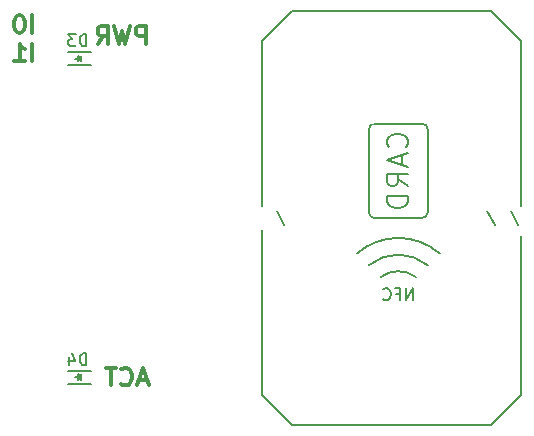
<source format=gbo>
G04 #@! TF.FileFunction,Legend,Bot*
%FSLAX46Y46*%
G04 Gerber Fmt 4.6, Leading zero omitted, Abs format (unit mm)*
G04 Created by KiCad (PCBNEW 4.0.2+dfsg1-stable) date ned 09 jul 2017 09:25:13 CEST*
%MOMM*%
G01*
G04 APERTURE LIST*
%ADD10C,0.100000*%
%ADD11C,0.300000*%
%ADD12C,0.150000*%
G04 APERTURE END LIST*
D10*
D11*
X17654285Y34151429D02*
X17654285Y35651429D01*
X16654285Y35651429D02*
X16511428Y35651429D01*
X16368571Y35580000D01*
X16297142Y35508571D01*
X16225713Y35365714D01*
X16154285Y35080000D01*
X16154285Y34722857D01*
X16225713Y34437143D01*
X16297142Y34294286D01*
X16368571Y34222857D01*
X16511428Y34151429D01*
X16654285Y34151429D01*
X16797142Y34222857D01*
X16868571Y34294286D01*
X16939999Y34437143D01*
X17011428Y34722857D01*
X17011428Y35080000D01*
X16939999Y35365714D01*
X16868571Y35508571D01*
X16797142Y35580000D01*
X16654285Y35651429D01*
X17654285Y31751429D02*
X17654285Y33251429D01*
X16154285Y31751429D02*
X17011428Y31751429D01*
X16582856Y31751429D02*
X16582856Y33251429D01*
X16725713Y33037143D01*
X16868571Y32894286D01*
X17011428Y32822857D01*
X27260000Y33231429D02*
X27260000Y34731429D01*
X26688572Y34731429D01*
X26545714Y34660000D01*
X26474286Y34588571D01*
X26402857Y34445714D01*
X26402857Y34231429D01*
X26474286Y34088571D01*
X26545714Y34017143D01*
X26688572Y33945714D01*
X27260000Y33945714D01*
X25902857Y34731429D02*
X25545714Y33231429D01*
X25260000Y34302857D01*
X24974286Y33231429D01*
X24617143Y34731429D01*
X23188571Y33231429D02*
X23688571Y33945714D01*
X24045714Y33231429D02*
X24045714Y34731429D01*
X23474286Y34731429D01*
X23331428Y34660000D01*
X23260000Y34588571D01*
X23188571Y34445714D01*
X23188571Y34231429D01*
X23260000Y34088571D01*
X23331428Y34017143D01*
X23474286Y33945714D01*
X24045714Y33945714D01*
X27398571Y4750000D02*
X26684285Y4750000D01*
X27541428Y4321429D02*
X27041428Y5821429D01*
X26541428Y4321429D01*
X25184285Y4464286D02*
X25255714Y4392857D01*
X25470000Y4321429D01*
X25612857Y4321429D01*
X25827142Y4392857D01*
X25970000Y4535714D01*
X26041428Y4678571D01*
X26112857Y4964286D01*
X26112857Y5178571D01*
X26041428Y5464286D01*
X25970000Y5607143D01*
X25827142Y5750000D01*
X25612857Y5821429D01*
X25470000Y5821429D01*
X25255714Y5750000D01*
X25184285Y5678571D01*
X24755714Y5821429D02*
X23898571Y5821429D01*
X24327142Y4321429D02*
X24327142Y5821429D01*
D12*
X37150000Y3496400D02*
X37150000Y17496400D01*
X39650000Y996400D02*
X37150000Y3496400D01*
X56500000Y996400D02*
X39650000Y996400D01*
X59000000Y3496400D02*
X56500000Y996400D01*
X59000000Y16996400D02*
X59000000Y3496400D01*
X59000000Y33496400D02*
X59000000Y19496400D01*
X56500000Y35996400D02*
X59000000Y33496400D01*
X56150000Y35996400D02*
X56500000Y35996400D01*
X39650000Y35996400D02*
X56150000Y35996400D01*
X37150000Y33496400D02*
X39650000Y35996400D01*
X37150000Y19496400D02*
X37150000Y33496400D01*
X51150000Y25996400D02*
G75*
G03X50650000Y26496400I-500000J0D01*
G01*
X46649127Y26496399D02*
G75*
G03X46150000Y25996400I873J-499999D01*
G01*
X50650000Y18496400D02*
G75*
G03X51150000Y18996400I0J500000D01*
G01*
X46150000Y18996400D02*
G75*
G03X46650000Y18496400I500000J0D01*
G01*
X46650000Y18496400D02*
X50650000Y18496400D01*
X46150000Y25996400D02*
X46150000Y18996400D01*
X50650000Y26496400D02*
X46650000Y26496400D01*
X51150000Y18996400D02*
X51150000Y25996400D01*
X52144981Y15500786D02*
G75*
G03X45150000Y15496400I-3494981J-4004386D01*
G01*
X51149417Y14496886D02*
G75*
G03X46150000Y14496400I-2499417J-3000486D01*
G01*
X50148611Y13497441D02*
G75*
G03X47150000Y13496400I-1498611J-2001041D01*
G01*
X56800000Y17896400D02*
X56200000Y19096400D01*
X58200000Y19096400D02*
X58800000Y17896400D01*
X38950000Y17896400D02*
X38350000Y19096400D01*
X22610000Y31450000D02*
X20710000Y31450000D01*
X22610000Y32550000D02*
X20710000Y32550000D01*
X21710000Y32000000D02*
X21260000Y32000000D01*
X21760000Y32250000D02*
X21760000Y31750000D01*
X21760000Y32000000D02*
X21510000Y32250000D01*
X21510000Y32250000D02*
X21510000Y31750000D01*
X21510000Y31750000D02*
X21760000Y32000000D01*
X22600000Y4450000D02*
X20700000Y4450000D01*
X22600000Y5550000D02*
X20700000Y5550000D01*
X21700000Y5000000D02*
X21250000Y5000000D01*
X21750000Y5250000D02*
X21750000Y4750000D01*
X21750000Y5000000D02*
X21500000Y5250000D01*
X21500000Y5250000D02*
X21500000Y4750000D01*
X21500000Y4750000D02*
X21750000Y5000000D01*
X49864286Y11544019D02*
X49864286Y12544019D01*
X49292857Y11544019D01*
X49292857Y12544019D01*
X48483333Y12067829D02*
X48816667Y12067829D01*
X48816667Y11544019D02*
X48816667Y12544019D01*
X48340476Y12544019D01*
X47388095Y11639257D02*
X47435714Y11591638D01*
X47578571Y11544019D01*
X47673809Y11544019D01*
X47816667Y11591638D01*
X47911905Y11686876D01*
X47959524Y11782114D01*
X48007143Y11972590D01*
X48007143Y12115448D01*
X47959524Y12305924D01*
X47911905Y12401162D01*
X47816667Y12496400D01*
X47673809Y12544019D01*
X47578571Y12544019D01*
X47435714Y12496400D01*
X47388095Y12448781D01*
X49292857Y24510685D02*
X49378571Y24596399D01*
X49464286Y24853542D01*
X49464286Y25024971D01*
X49378571Y25282114D01*
X49207143Y25453542D01*
X49035714Y25539257D01*
X48692857Y25624971D01*
X48435714Y25624971D01*
X48092857Y25539257D01*
X47921429Y25453542D01*
X47750000Y25282114D01*
X47664286Y25024971D01*
X47664286Y24853542D01*
X47750000Y24596399D01*
X47835714Y24510685D01*
X48950000Y23824971D02*
X48950000Y22967828D01*
X49464286Y23996399D02*
X47664286Y23396399D01*
X49464286Y22796399D01*
X49464286Y21167828D02*
X48607143Y21767828D01*
X49464286Y22196400D02*
X47664286Y22196400D01*
X47664286Y21510685D01*
X47750000Y21339257D01*
X47835714Y21253542D01*
X48007143Y21167828D01*
X48264286Y21167828D01*
X48435714Y21253542D01*
X48521429Y21339257D01*
X48607143Y21510685D01*
X48607143Y22196400D01*
X49464286Y20396400D02*
X47664286Y20396400D01*
X47664286Y19967828D01*
X47750000Y19710685D01*
X47921429Y19539257D01*
X48092857Y19453542D01*
X48435714Y19367828D01*
X48692857Y19367828D01*
X49035714Y19453542D01*
X49207143Y19539257D01*
X49378571Y19710685D01*
X49464286Y19967828D01*
X49464286Y20396400D01*
X22248095Y33047619D02*
X22248095Y34047619D01*
X22010000Y34047619D01*
X21867142Y34000000D01*
X21771904Y33904762D01*
X21724285Y33809524D01*
X21676666Y33619048D01*
X21676666Y33476190D01*
X21724285Y33285714D01*
X21771904Y33190476D01*
X21867142Y33095238D01*
X22010000Y33047619D01*
X22248095Y33047619D01*
X21343333Y34047619D02*
X20724285Y34047619D01*
X21057619Y33666667D01*
X20914761Y33666667D01*
X20819523Y33619048D01*
X20771904Y33571429D01*
X20724285Y33476190D01*
X20724285Y33238095D01*
X20771904Y33142857D01*
X20819523Y33095238D01*
X20914761Y33047619D01*
X21200476Y33047619D01*
X21295714Y33095238D01*
X21343333Y33142857D01*
X22238095Y6047619D02*
X22238095Y7047619D01*
X22000000Y7047619D01*
X21857142Y7000000D01*
X21761904Y6904762D01*
X21714285Y6809524D01*
X21666666Y6619048D01*
X21666666Y6476190D01*
X21714285Y6285714D01*
X21761904Y6190476D01*
X21857142Y6095238D01*
X22000000Y6047619D01*
X22238095Y6047619D01*
X20809523Y6714286D02*
X20809523Y6047619D01*
X21047619Y7095238D02*
X21285714Y6380952D01*
X20666666Y6380952D01*
M02*

</source>
